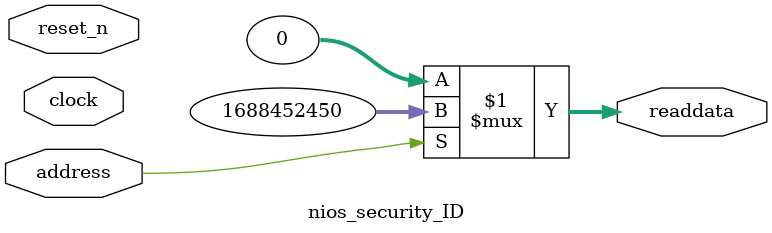
<source format=v>



// synthesis translate_off
`timescale 1ns / 1ps
// synthesis translate_on

// turn off superfluous verilog processor warnings 
// altera message_level Level1 
// altera message_off 10034 10035 10036 10037 10230 10240 10030 

module nios_security_ID (
               // inputs:
                address,
                clock,
                reset_n,

               // outputs:
                readdata
             )
;

  output  [ 31: 0] readdata;
  input            address;
  input            clock;
  input            reset_n;

  wire    [ 31: 0] readdata;
  //control_slave, which is an e_avalon_slave
  assign readdata = address ? 1688452450 : 0;

endmodule



</source>
